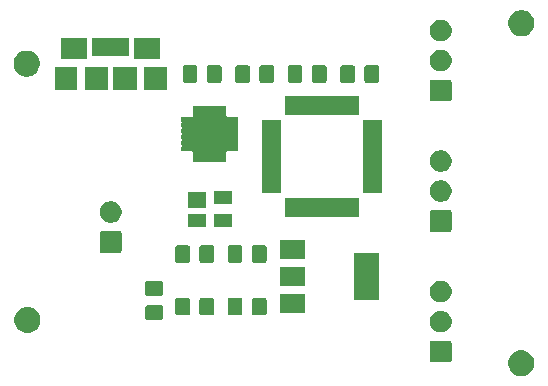
<source format=gbr>
G04 #@! TF.GenerationSoftware,KiCad,Pcbnew,5.1.5-52549c5~84~ubuntu18.04.1*
G04 #@! TF.CreationDate,2020-02-07T18:48:43-05:00*
G04 #@! TF.ProjectId,ultrasonic,756c7472-6173-46f6-9e69-632e6b696361,rev?*
G04 #@! TF.SameCoordinates,Original*
G04 #@! TF.FileFunction,Soldermask,Top*
G04 #@! TF.FilePolarity,Negative*
%FSLAX46Y46*%
G04 Gerber Fmt 4.6, Leading zero omitted, Abs format (unit mm)*
G04 Created by KiCad (PCBNEW 5.1.5-52549c5~84~ubuntu18.04.1) date 2020-02-07 18:48:43*
%MOMM*%
%LPD*%
G04 APERTURE LIST*
%ADD10C,0.100000*%
G04 APERTURE END LIST*
D10*
G36*
X144689995Y-119925756D02*
G01*
X144796350Y-119946911D01*
X144896534Y-119988409D01*
X144996720Y-120029907D01*
X145177044Y-120150395D01*
X145330405Y-120303756D01*
X145450893Y-120484080D01*
X145450893Y-120484081D01*
X145533889Y-120684450D01*
X145547780Y-120754287D01*
X145576200Y-120897160D01*
X145576200Y-121114040D01*
X145533889Y-121326749D01*
X145450893Y-121527120D01*
X145330405Y-121707444D01*
X145177044Y-121860805D01*
X144996720Y-121981293D01*
X144796350Y-122064289D01*
X144689994Y-122085445D01*
X144583640Y-122106600D01*
X144366760Y-122106600D01*
X144260406Y-122085445D01*
X144154050Y-122064289D01*
X143953680Y-121981293D01*
X143773356Y-121860805D01*
X143619995Y-121707444D01*
X143499507Y-121527120D01*
X143416511Y-121326749D01*
X143374200Y-121114040D01*
X143374200Y-120897160D01*
X143402620Y-120754287D01*
X143416511Y-120684450D01*
X143499507Y-120484081D01*
X143499507Y-120484080D01*
X143619995Y-120303756D01*
X143773356Y-120150395D01*
X143953680Y-120029907D01*
X144053866Y-119988409D01*
X144154050Y-119946911D01*
X144260405Y-119925756D01*
X144366760Y-119904600D01*
X144583640Y-119904600D01*
X144689995Y-119925756D01*
G37*
G36*
X138447561Y-119097966D02*
G01*
X138480383Y-119107923D01*
X138510632Y-119124092D01*
X138537148Y-119145852D01*
X138558908Y-119172368D01*
X138575077Y-119202617D01*
X138585034Y-119235439D01*
X138589000Y-119275713D01*
X138589000Y-120754287D01*
X138585034Y-120794561D01*
X138575077Y-120827383D01*
X138558908Y-120857632D01*
X138537148Y-120884148D01*
X138510632Y-120905908D01*
X138480383Y-120922077D01*
X138447561Y-120932034D01*
X138407287Y-120936000D01*
X136928713Y-120936000D01*
X136888439Y-120932034D01*
X136855617Y-120922077D01*
X136825368Y-120905908D01*
X136798852Y-120884148D01*
X136777092Y-120857632D01*
X136760923Y-120827383D01*
X136750966Y-120794561D01*
X136747000Y-120754287D01*
X136747000Y-119275713D01*
X136750966Y-119235439D01*
X136760923Y-119202617D01*
X136777092Y-119172368D01*
X136798852Y-119145852D01*
X136825368Y-119124092D01*
X136855617Y-119107923D01*
X136888439Y-119097966D01*
X136928713Y-119094000D01*
X138407287Y-119094000D01*
X138447561Y-119097966D01*
G37*
G36*
X102894295Y-116255456D02*
G01*
X103000650Y-116276611D01*
X103065954Y-116303661D01*
X103201020Y-116359607D01*
X103381344Y-116480095D01*
X103534705Y-116633456D01*
X103655193Y-116813780D01*
X103738189Y-117014151D01*
X103780500Y-117226860D01*
X103780500Y-117443740D01*
X103738189Y-117656449D01*
X103655193Y-117856820D01*
X103534705Y-118037144D01*
X103381344Y-118190505D01*
X103201020Y-118310993D01*
X103000650Y-118393989D01*
X102894294Y-118415145D01*
X102787940Y-118436300D01*
X102571060Y-118436300D01*
X102464706Y-118415145D01*
X102358350Y-118393989D01*
X102157980Y-118310993D01*
X101977656Y-118190505D01*
X101824295Y-118037144D01*
X101703807Y-117856820D01*
X101620811Y-117656449D01*
X101578500Y-117443740D01*
X101578500Y-117226860D01*
X101620811Y-117014151D01*
X101703807Y-116813780D01*
X101824295Y-116633456D01*
X101977656Y-116480095D01*
X102157980Y-116359607D01*
X102293046Y-116303661D01*
X102358350Y-116276611D01*
X102464705Y-116255456D01*
X102571060Y-116234300D01*
X102787940Y-116234300D01*
X102894295Y-116255456D01*
G37*
G36*
X137936645Y-116589393D02*
G01*
X138043021Y-116633456D01*
X138104257Y-116658821D01*
X138255103Y-116759613D01*
X138383387Y-116887897D01*
X138467746Y-117014150D01*
X138484180Y-117038745D01*
X138553607Y-117206355D01*
X138589000Y-117384288D01*
X138589000Y-117565712D01*
X138553607Y-117743645D01*
X138506728Y-117856819D01*
X138484179Y-117911257D01*
X138383387Y-118062103D01*
X138255103Y-118190387D01*
X138104257Y-118291179D01*
X138104256Y-118291180D01*
X138104255Y-118291180D01*
X137936645Y-118360607D01*
X137758712Y-118396000D01*
X137577288Y-118396000D01*
X137399355Y-118360607D01*
X137231745Y-118291180D01*
X137231744Y-118291180D01*
X137231743Y-118291179D01*
X137080897Y-118190387D01*
X136952613Y-118062103D01*
X136851821Y-117911257D01*
X136829272Y-117856819D01*
X136782393Y-117743645D01*
X136747000Y-117565712D01*
X136747000Y-117384288D01*
X136782393Y-117206355D01*
X136851820Y-117038745D01*
X136868254Y-117014150D01*
X136952613Y-116887897D01*
X137080897Y-116759613D01*
X137231743Y-116658821D01*
X137292979Y-116633456D01*
X137399355Y-116589393D01*
X137577288Y-116554000D01*
X137758712Y-116554000D01*
X137936645Y-116589393D01*
G37*
G36*
X113999674Y-116100465D02*
G01*
X114037367Y-116111899D01*
X114072103Y-116130466D01*
X114102548Y-116155452D01*
X114127534Y-116185897D01*
X114146101Y-116220633D01*
X114157535Y-116258326D01*
X114162000Y-116303661D01*
X114162000Y-117140339D01*
X114157535Y-117185674D01*
X114146101Y-117223367D01*
X114127534Y-117258103D01*
X114102548Y-117288548D01*
X114072103Y-117313534D01*
X114037367Y-117332101D01*
X113999674Y-117343535D01*
X113954339Y-117348000D01*
X112867661Y-117348000D01*
X112822326Y-117343535D01*
X112784633Y-117332101D01*
X112749897Y-117313534D01*
X112719452Y-117288548D01*
X112694466Y-117258103D01*
X112675899Y-117223367D01*
X112664465Y-117185674D01*
X112660000Y-117140339D01*
X112660000Y-116303661D01*
X112664465Y-116258326D01*
X112675899Y-116220633D01*
X112694466Y-116185897D01*
X112719452Y-116155452D01*
X112749897Y-116130466D01*
X112784633Y-116111899D01*
X112822326Y-116100465D01*
X112867661Y-116096000D01*
X113954339Y-116096000D01*
X113999674Y-116100465D01*
G37*
G36*
X122773674Y-115458465D02*
G01*
X122811367Y-115469899D01*
X122846103Y-115488466D01*
X122876548Y-115513452D01*
X122901534Y-115543897D01*
X122920101Y-115578633D01*
X122931535Y-115616326D01*
X122936000Y-115661661D01*
X122936000Y-116748339D01*
X122931535Y-116793674D01*
X122920101Y-116831367D01*
X122901534Y-116866103D01*
X122876548Y-116896548D01*
X122846103Y-116921534D01*
X122811367Y-116940101D01*
X122773674Y-116951535D01*
X122728339Y-116956000D01*
X121891661Y-116956000D01*
X121846326Y-116951535D01*
X121808633Y-116940101D01*
X121773897Y-116921534D01*
X121743452Y-116896548D01*
X121718466Y-116866103D01*
X121699899Y-116831367D01*
X121688465Y-116793674D01*
X121684000Y-116748339D01*
X121684000Y-115661661D01*
X121688465Y-115616326D01*
X121699899Y-115578633D01*
X121718466Y-115543897D01*
X121743452Y-115513452D01*
X121773897Y-115488466D01*
X121808633Y-115469899D01*
X121846326Y-115458465D01*
X121891661Y-115454000D01*
X122728339Y-115454000D01*
X122773674Y-115458465D01*
G37*
G36*
X116278674Y-115458465D02*
G01*
X116316367Y-115469899D01*
X116351103Y-115488466D01*
X116381548Y-115513452D01*
X116406534Y-115543897D01*
X116425101Y-115578633D01*
X116436535Y-115616326D01*
X116441000Y-115661661D01*
X116441000Y-116748339D01*
X116436535Y-116793674D01*
X116425101Y-116831367D01*
X116406534Y-116866103D01*
X116381548Y-116896548D01*
X116351103Y-116921534D01*
X116316367Y-116940101D01*
X116278674Y-116951535D01*
X116233339Y-116956000D01*
X115396661Y-116956000D01*
X115351326Y-116951535D01*
X115313633Y-116940101D01*
X115278897Y-116921534D01*
X115248452Y-116896548D01*
X115223466Y-116866103D01*
X115204899Y-116831367D01*
X115193465Y-116793674D01*
X115189000Y-116748339D01*
X115189000Y-115661661D01*
X115193465Y-115616326D01*
X115204899Y-115578633D01*
X115223466Y-115543897D01*
X115248452Y-115513452D01*
X115278897Y-115488466D01*
X115313633Y-115469899D01*
X115351326Y-115458465D01*
X115396661Y-115454000D01*
X116233339Y-115454000D01*
X116278674Y-115458465D01*
G37*
G36*
X118328674Y-115458465D02*
G01*
X118366367Y-115469899D01*
X118401103Y-115488466D01*
X118431548Y-115513452D01*
X118456534Y-115543897D01*
X118475101Y-115578633D01*
X118486535Y-115616326D01*
X118491000Y-115661661D01*
X118491000Y-116748339D01*
X118486535Y-116793674D01*
X118475101Y-116831367D01*
X118456534Y-116866103D01*
X118431548Y-116896548D01*
X118401103Y-116921534D01*
X118366367Y-116940101D01*
X118328674Y-116951535D01*
X118283339Y-116956000D01*
X117446661Y-116956000D01*
X117401326Y-116951535D01*
X117363633Y-116940101D01*
X117328897Y-116921534D01*
X117298452Y-116896548D01*
X117273466Y-116866103D01*
X117254899Y-116831367D01*
X117243465Y-116793674D01*
X117239000Y-116748339D01*
X117239000Y-115661661D01*
X117243465Y-115616326D01*
X117254899Y-115578633D01*
X117273466Y-115543897D01*
X117298452Y-115513452D01*
X117328897Y-115488466D01*
X117363633Y-115469899D01*
X117401326Y-115458465D01*
X117446661Y-115454000D01*
X118283339Y-115454000D01*
X118328674Y-115458465D01*
G37*
G36*
X120723674Y-115458465D02*
G01*
X120761367Y-115469899D01*
X120796103Y-115488466D01*
X120826548Y-115513452D01*
X120851534Y-115543897D01*
X120870101Y-115578633D01*
X120881535Y-115616326D01*
X120886000Y-115661661D01*
X120886000Y-116748339D01*
X120881535Y-116793674D01*
X120870101Y-116831367D01*
X120851534Y-116866103D01*
X120826548Y-116896548D01*
X120796103Y-116921534D01*
X120761367Y-116940101D01*
X120723674Y-116951535D01*
X120678339Y-116956000D01*
X119841661Y-116956000D01*
X119796326Y-116951535D01*
X119758633Y-116940101D01*
X119723897Y-116921534D01*
X119693452Y-116896548D01*
X119668466Y-116866103D01*
X119649899Y-116831367D01*
X119638465Y-116793674D01*
X119634000Y-116748339D01*
X119634000Y-115661661D01*
X119638465Y-115616326D01*
X119649899Y-115578633D01*
X119668466Y-115543897D01*
X119693452Y-115513452D01*
X119723897Y-115488466D01*
X119758633Y-115469899D01*
X119796326Y-115458465D01*
X119841661Y-115454000D01*
X120678339Y-115454000D01*
X120723674Y-115458465D01*
G37*
G36*
X126171000Y-116766000D02*
G01*
X124069000Y-116766000D01*
X124069000Y-115164000D01*
X126171000Y-115164000D01*
X126171000Y-116766000D01*
G37*
G36*
X137936645Y-114049393D02*
G01*
X138104255Y-114118820D01*
X138104257Y-114118821D01*
X138255103Y-114219613D01*
X138383387Y-114347897D01*
X138484179Y-114498743D01*
X138484180Y-114498745D01*
X138553607Y-114666355D01*
X138589000Y-114844288D01*
X138589000Y-115025712D01*
X138553607Y-115203645D01*
X138484180Y-115371255D01*
X138484179Y-115371257D01*
X138383387Y-115522103D01*
X138255103Y-115650387D01*
X138104257Y-115751179D01*
X138104256Y-115751180D01*
X138104255Y-115751180D01*
X137936645Y-115820607D01*
X137758712Y-115856000D01*
X137577288Y-115856000D01*
X137399355Y-115820607D01*
X137231745Y-115751180D01*
X137231744Y-115751180D01*
X137231743Y-115751179D01*
X137080897Y-115650387D01*
X136952613Y-115522103D01*
X136851821Y-115371257D01*
X136851820Y-115371255D01*
X136782393Y-115203645D01*
X136747000Y-115025712D01*
X136747000Y-114844288D01*
X136782393Y-114666355D01*
X136851820Y-114498745D01*
X136851821Y-114498743D01*
X136952613Y-114347897D01*
X137080897Y-114219613D01*
X137231743Y-114118821D01*
X137231745Y-114118820D01*
X137399355Y-114049393D01*
X137577288Y-114014000D01*
X137758712Y-114014000D01*
X137936645Y-114049393D01*
G37*
G36*
X132471000Y-115616000D02*
G01*
X130369000Y-115616000D01*
X130369000Y-111714000D01*
X132471000Y-111714000D01*
X132471000Y-115616000D01*
G37*
G36*
X113999674Y-114050465D02*
G01*
X114037367Y-114061899D01*
X114072103Y-114080466D01*
X114102548Y-114105452D01*
X114127534Y-114135897D01*
X114146101Y-114170633D01*
X114157535Y-114208326D01*
X114162000Y-114253661D01*
X114162000Y-115090339D01*
X114157535Y-115135674D01*
X114146101Y-115173367D01*
X114127534Y-115208103D01*
X114102548Y-115238548D01*
X114072103Y-115263534D01*
X114037367Y-115282101D01*
X113999674Y-115293535D01*
X113954339Y-115298000D01*
X112867661Y-115298000D01*
X112822326Y-115293535D01*
X112784633Y-115282101D01*
X112749897Y-115263534D01*
X112719452Y-115238548D01*
X112694466Y-115208103D01*
X112675899Y-115173367D01*
X112664465Y-115135674D01*
X112660000Y-115090339D01*
X112660000Y-114253661D01*
X112664465Y-114208326D01*
X112675899Y-114170633D01*
X112694466Y-114135897D01*
X112719452Y-114105452D01*
X112749897Y-114080466D01*
X112784633Y-114061899D01*
X112822326Y-114050465D01*
X112867661Y-114046000D01*
X113954339Y-114046000D01*
X113999674Y-114050465D01*
G37*
G36*
X126171000Y-114466000D02*
G01*
X124069000Y-114466000D01*
X124069000Y-112864000D01*
X126171000Y-112864000D01*
X126171000Y-114466000D01*
G37*
G36*
X116278674Y-111013465D02*
G01*
X116316367Y-111024899D01*
X116351103Y-111043466D01*
X116381548Y-111068452D01*
X116406534Y-111098897D01*
X116425101Y-111133633D01*
X116436535Y-111171326D01*
X116441000Y-111216661D01*
X116441000Y-112303339D01*
X116436535Y-112348674D01*
X116425101Y-112386367D01*
X116406534Y-112421103D01*
X116381548Y-112451548D01*
X116351103Y-112476534D01*
X116316367Y-112495101D01*
X116278674Y-112506535D01*
X116233339Y-112511000D01*
X115396661Y-112511000D01*
X115351326Y-112506535D01*
X115313633Y-112495101D01*
X115278897Y-112476534D01*
X115248452Y-112451548D01*
X115223466Y-112421103D01*
X115204899Y-112386367D01*
X115193465Y-112348674D01*
X115189000Y-112303339D01*
X115189000Y-111216661D01*
X115193465Y-111171326D01*
X115204899Y-111133633D01*
X115223466Y-111098897D01*
X115248452Y-111068452D01*
X115278897Y-111043466D01*
X115313633Y-111024899D01*
X115351326Y-111013465D01*
X115396661Y-111009000D01*
X116233339Y-111009000D01*
X116278674Y-111013465D01*
G37*
G36*
X118328674Y-111013465D02*
G01*
X118366367Y-111024899D01*
X118401103Y-111043466D01*
X118431548Y-111068452D01*
X118456534Y-111098897D01*
X118475101Y-111133633D01*
X118486535Y-111171326D01*
X118491000Y-111216661D01*
X118491000Y-112303339D01*
X118486535Y-112348674D01*
X118475101Y-112386367D01*
X118456534Y-112421103D01*
X118431548Y-112451548D01*
X118401103Y-112476534D01*
X118366367Y-112495101D01*
X118328674Y-112506535D01*
X118283339Y-112511000D01*
X117446661Y-112511000D01*
X117401326Y-112506535D01*
X117363633Y-112495101D01*
X117328897Y-112476534D01*
X117298452Y-112451548D01*
X117273466Y-112421103D01*
X117254899Y-112386367D01*
X117243465Y-112348674D01*
X117239000Y-112303339D01*
X117239000Y-111216661D01*
X117243465Y-111171326D01*
X117254899Y-111133633D01*
X117273466Y-111098897D01*
X117298452Y-111068452D01*
X117328897Y-111043466D01*
X117363633Y-111024899D01*
X117401326Y-111013465D01*
X117446661Y-111009000D01*
X118283339Y-111009000D01*
X118328674Y-111013465D01*
G37*
G36*
X122773674Y-111013465D02*
G01*
X122811367Y-111024899D01*
X122846103Y-111043466D01*
X122876548Y-111068452D01*
X122901534Y-111098897D01*
X122920101Y-111133633D01*
X122931535Y-111171326D01*
X122936000Y-111216661D01*
X122936000Y-112303339D01*
X122931535Y-112348674D01*
X122920101Y-112386367D01*
X122901534Y-112421103D01*
X122876548Y-112451548D01*
X122846103Y-112476534D01*
X122811367Y-112495101D01*
X122773674Y-112506535D01*
X122728339Y-112511000D01*
X121891661Y-112511000D01*
X121846326Y-112506535D01*
X121808633Y-112495101D01*
X121773897Y-112476534D01*
X121743452Y-112451548D01*
X121718466Y-112421103D01*
X121699899Y-112386367D01*
X121688465Y-112348674D01*
X121684000Y-112303339D01*
X121684000Y-111216661D01*
X121688465Y-111171326D01*
X121699899Y-111133633D01*
X121718466Y-111098897D01*
X121743452Y-111068452D01*
X121773897Y-111043466D01*
X121808633Y-111024899D01*
X121846326Y-111013465D01*
X121891661Y-111009000D01*
X122728339Y-111009000D01*
X122773674Y-111013465D01*
G37*
G36*
X120723674Y-111013465D02*
G01*
X120761367Y-111024899D01*
X120796103Y-111043466D01*
X120826548Y-111068452D01*
X120851534Y-111098897D01*
X120870101Y-111133633D01*
X120881535Y-111171326D01*
X120886000Y-111216661D01*
X120886000Y-112303339D01*
X120881535Y-112348674D01*
X120870101Y-112386367D01*
X120851534Y-112421103D01*
X120826548Y-112451548D01*
X120796103Y-112476534D01*
X120761367Y-112495101D01*
X120723674Y-112506535D01*
X120678339Y-112511000D01*
X119841661Y-112511000D01*
X119796326Y-112506535D01*
X119758633Y-112495101D01*
X119723897Y-112476534D01*
X119693452Y-112451548D01*
X119668466Y-112421103D01*
X119649899Y-112386367D01*
X119638465Y-112348674D01*
X119634000Y-112303339D01*
X119634000Y-111216661D01*
X119638465Y-111171326D01*
X119649899Y-111133633D01*
X119668466Y-111098897D01*
X119693452Y-111068452D01*
X119723897Y-111043466D01*
X119758633Y-111024899D01*
X119796326Y-111013465D01*
X119841661Y-111009000D01*
X120678339Y-111009000D01*
X120723674Y-111013465D01*
G37*
G36*
X126171000Y-112166000D02*
G01*
X124069000Y-112166000D01*
X124069000Y-110564000D01*
X126171000Y-110564000D01*
X126171000Y-112166000D01*
G37*
G36*
X110507561Y-109826966D02*
G01*
X110540383Y-109836923D01*
X110570632Y-109853092D01*
X110597148Y-109874852D01*
X110618908Y-109901368D01*
X110635077Y-109931617D01*
X110645034Y-109964439D01*
X110649000Y-110004713D01*
X110649000Y-111483287D01*
X110645034Y-111523561D01*
X110635077Y-111556383D01*
X110618908Y-111586632D01*
X110597148Y-111613148D01*
X110570632Y-111634908D01*
X110540383Y-111651077D01*
X110507561Y-111661034D01*
X110467287Y-111665000D01*
X108988713Y-111665000D01*
X108948439Y-111661034D01*
X108915617Y-111651077D01*
X108885368Y-111634908D01*
X108858852Y-111613148D01*
X108837092Y-111586632D01*
X108820923Y-111556383D01*
X108810966Y-111523561D01*
X108807000Y-111483287D01*
X108807000Y-110004713D01*
X108810966Y-109964439D01*
X108820923Y-109931617D01*
X108837092Y-109901368D01*
X108858852Y-109874852D01*
X108885368Y-109853092D01*
X108915617Y-109836923D01*
X108948439Y-109826966D01*
X108988713Y-109823000D01*
X110467287Y-109823000D01*
X110507561Y-109826966D01*
G37*
G36*
X138447561Y-108048966D02*
G01*
X138480383Y-108058923D01*
X138510632Y-108075092D01*
X138537148Y-108096852D01*
X138558908Y-108123368D01*
X138575077Y-108153617D01*
X138585034Y-108186439D01*
X138589000Y-108226713D01*
X138589000Y-109705287D01*
X138585034Y-109745561D01*
X138575077Y-109778383D01*
X138558908Y-109808632D01*
X138537148Y-109835148D01*
X138510632Y-109856908D01*
X138480383Y-109873077D01*
X138447561Y-109883034D01*
X138407287Y-109887000D01*
X136928713Y-109887000D01*
X136888439Y-109883034D01*
X136855617Y-109873077D01*
X136825368Y-109856908D01*
X136798852Y-109835148D01*
X136777092Y-109808632D01*
X136760923Y-109778383D01*
X136750966Y-109745561D01*
X136747000Y-109705287D01*
X136747000Y-108226713D01*
X136750966Y-108186439D01*
X136760923Y-108153617D01*
X136777092Y-108123368D01*
X136798852Y-108096852D01*
X136825368Y-108075092D01*
X136855617Y-108058923D01*
X136888439Y-108048966D01*
X136928713Y-108045000D01*
X138407287Y-108045000D01*
X138447561Y-108048966D01*
G37*
G36*
X117761000Y-109451000D02*
G01*
X116259000Y-109451000D01*
X116259000Y-108349000D01*
X117761000Y-108349000D01*
X117761000Y-109451000D01*
G37*
G36*
X119961000Y-109451000D02*
G01*
X118459000Y-109451000D01*
X118459000Y-108349000D01*
X119961000Y-108349000D01*
X119961000Y-109451000D01*
G37*
G36*
X109996645Y-107318393D02*
G01*
X110164255Y-107387820D01*
X110164257Y-107387821D01*
X110315103Y-107488613D01*
X110443387Y-107616897D01*
X110544179Y-107767743D01*
X110544180Y-107767745D01*
X110613607Y-107935355D01*
X110649000Y-108113288D01*
X110649000Y-108294712D01*
X110613607Y-108472645D01*
X110558369Y-108606000D01*
X110544179Y-108640257D01*
X110443387Y-108791103D01*
X110315103Y-108919387D01*
X110164257Y-109020179D01*
X110164256Y-109020180D01*
X110164255Y-109020180D01*
X109996645Y-109089607D01*
X109818712Y-109125000D01*
X109637288Y-109125000D01*
X109459355Y-109089607D01*
X109291745Y-109020180D01*
X109291744Y-109020180D01*
X109291743Y-109020179D01*
X109140897Y-108919387D01*
X109012613Y-108791103D01*
X108911821Y-108640257D01*
X108897631Y-108606000D01*
X108842393Y-108472645D01*
X108807000Y-108294712D01*
X108807000Y-108113288D01*
X108842393Y-107935355D01*
X108911820Y-107767745D01*
X108911821Y-107767743D01*
X109012613Y-107616897D01*
X109140897Y-107488613D01*
X109291743Y-107387821D01*
X109291745Y-107387820D01*
X109459355Y-107318393D01*
X109637288Y-107283000D01*
X109818712Y-107283000D01*
X109996645Y-107318393D01*
G37*
G36*
X130761000Y-108606000D02*
G01*
X124509000Y-108606000D01*
X124509000Y-107004000D01*
X130761000Y-107004000D01*
X130761000Y-108606000D01*
G37*
G36*
X117761000Y-107831000D02*
G01*
X116259000Y-107831000D01*
X116259000Y-106529000D01*
X117761000Y-106529000D01*
X117761000Y-107831000D01*
G37*
G36*
X119961000Y-107551000D02*
G01*
X118459000Y-107551000D01*
X118459000Y-106449000D01*
X119961000Y-106449000D01*
X119961000Y-107551000D01*
G37*
G36*
X137936645Y-105540393D02*
G01*
X138104255Y-105609820D01*
X138104257Y-105609821D01*
X138255103Y-105710613D01*
X138383387Y-105838897D01*
X138484179Y-105989743D01*
X138484180Y-105989745D01*
X138553607Y-106157355D01*
X138589000Y-106335288D01*
X138589000Y-106516712D01*
X138553607Y-106694645D01*
X138484180Y-106862255D01*
X138484179Y-106862257D01*
X138383387Y-107013103D01*
X138255103Y-107141387D01*
X138104257Y-107242179D01*
X138104256Y-107242180D01*
X138104255Y-107242180D01*
X137936645Y-107311607D01*
X137758712Y-107347000D01*
X137577288Y-107347000D01*
X137399355Y-107311607D01*
X137231745Y-107242180D01*
X137231744Y-107242180D01*
X137231743Y-107242179D01*
X137080897Y-107141387D01*
X136952613Y-107013103D01*
X136851821Y-106862257D01*
X136851820Y-106862255D01*
X136782393Y-106694645D01*
X136747000Y-106516712D01*
X136747000Y-106335288D01*
X136782393Y-106157355D01*
X136851820Y-105989745D01*
X136851821Y-105989743D01*
X136952613Y-105838897D01*
X137080897Y-105710613D01*
X137231743Y-105609821D01*
X137231745Y-105609820D01*
X137399355Y-105540393D01*
X137577288Y-105505000D01*
X137758712Y-105505000D01*
X137936645Y-105540393D01*
G37*
G36*
X124136000Y-106631000D02*
G01*
X122534000Y-106631000D01*
X122534000Y-100379000D01*
X124136000Y-100379000D01*
X124136000Y-106631000D01*
G37*
G36*
X132736000Y-106631000D02*
G01*
X131134000Y-106631000D01*
X131134000Y-100379000D01*
X132736000Y-100379000D01*
X132736000Y-106631000D01*
G37*
G36*
X137936645Y-103000393D02*
G01*
X138086851Y-103062611D01*
X138104257Y-103069821D01*
X138255103Y-103170613D01*
X138383387Y-103298897D01*
X138471655Y-103431000D01*
X138484180Y-103449745D01*
X138553607Y-103617355D01*
X138589000Y-103795288D01*
X138589000Y-103976712D01*
X138553607Y-104154645D01*
X138521979Y-104231000D01*
X138484179Y-104322257D01*
X138383387Y-104473103D01*
X138255103Y-104601387D01*
X138104257Y-104702179D01*
X138104256Y-104702180D01*
X138104255Y-104702180D01*
X137936645Y-104771607D01*
X137758712Y-104807000D01*
X137577288Y-104807000D01*
X137399355Y-104771607D01*
X137231745Y-104702180D01*
X137231744Y-104702180D01*
X137231743Y-104702179D01*
X137080897Y-104601387D01*
X136952613Y-104473103D01*
X136851821Y-104322257D01*
X136814021Y-104231000D01*
X136782393Y-104154645D01*
X136747000Y-103976712D01*
X136747000Y-103795288D01*
X136782393Y-103617355D01*
X136851820Y-103449745D01*
X136864345Y-103431000D01*
X136952613Y-103298897D01*
X137080897Y-103170613D01*
X137231743Y-103069821D01*
X137249149Y-103062611D01*
X137399355Y-103000393D01*
X137577288Y-102965000D01*
X137758712Y-102965000D01*
X137936645Y-103000393D01*
G37*
G36*
X117015355Y-99200083D02*
G01*
X117020029Y-99201501D01*
X117024330Y-99203800D01*
X117030702Y-99209029D01*
X117051076Y-99222643D01*
X117073715Y-99232020D01*
X117097749Y-99236800D01*
X117122253Y-99236800D01*
X117146286Y-99232019D01*
X117168925Y-99222642D01*
X117189298Y-99209029D01*
X117195670Y-99203800D01*
X117199971Y-99201501D01*
X117204645Y-99200083D01*
X117215641Y-99199000D01*
X117504359Y-99199000D01*
X117515355Y-99200083D01*
X117520029Y-99201501D01*
X117524330Y-99203800D01*
X117530702Y-99209029D01*
X117551076Y-99222643D01*
X117573715Y-99232020D01*
X117597749Y-99236800D01*
X117622253Y-99236800D01*
X117646286Y-99232019D01*
X117668925Y-99222642D01*
X117689298Y-99209029D01*
X117695670Y-99203800D01*
X117699971Y-99201501D01*
X117704645Y-99200083D01*
X117715641Y-99199000D01*
X118004359Y-99199000D01*
X118015355Y-99200083D01*
X118020029Y-99201501D01*
X118024330Y-99203800D01*
X118030702Y-99209029D01*
X118051076Y-99222643D01*
X118073715Y-99232020D01*
X118097749Y-99236800D01*
X118122253Y-99236800D01*
X118146286Y-99232019D01*
X118168925Y-99222642D01*
X118189298Y-99209029D01*
X118195670Y-99203800D01*
X118199971Y-99201501D01*
X118204645Y-99200083D01*
X118215641Y-99199000D01*
X118504359Y-99199000D01*
X118515355Y-99200083D01*
X118520029Y-99201501D01*
X118524330Y-99203800D01*
X118530702Y-99209029D01*
X118551076Y-99222643D01*
X118573715Y-99232020D01*
X118597749Y-99236800D01*
X118622253Y-99236800D01*
X118646286Y-99232019D01*
X118668925Y-99222642D01*
X118689298Y-99209029D01*
X118695670Y-99203800D01*
X118699971Y-99201501D01*
X118704645Y-99200083D01*
X118715641Y-99199000D01*
X119004359Y-99199000D01*
X119015355Y-99200083D01*
X119020029Y-99201501D01*
X119024330Y-99203800D01*
X119030702Y-99209029D01*
X119051076Y-99222643D01*
X119073715Y-99232020D01*
X119097749Y-99236800D01*
X119122253Y-99236800D01*
X119146286Y-99232019D01*
X119168925Y-99222642D01*
X119189298Y-99209029D01*
X119195670Y-99203800D01*
X119199971Y-99201501D01*
X119204645Y-99200083D01*
X119215641Y-99199000D01*
X119504359Y-99199000D01*
X119515355Y-99200083D01*
X119520029Y-99201501D01*
X119524331Y-99203800D01*
X119528104Y-99206896D01*
X119531200Y-99210669D01*
X119533499Y-99214971D01*
X119534917Y-99219645D01*
X119536000Y-99230641D01*
X119536000Y-100049001D01*
X119538402Y-100073387D01*
X119545515Y-100096836D01*
X119557066Y-100118447D01*
X119572611Y-100137389D01*
X119591553Y-100152934D01*
X119613164Y-100164485D01*
X119636613Y-100171598D01*
X119660999Y-100174000D01*
X120479359Y-100174000D01*
X120490355Y-100175083D01*
X120495029Y-100176501D01*
X120499331Y-100178800D01*
X120503104Y-100181896D01*
X120506200Y-100185669D01*
X120508499Y-100189971D01*
X120509917Y-100194645D01*
X120511000Y-100205641D01*
X120511000Y-100494359D01*
X120509917Y-100505355D01*
X120508499Y-100510029D01*
X120506200Y-100514330D01*
X120500971Y-100520702D01*
X120487357Y-100541076D01*
X120477980Y-100563715D01*
X120473200Y-100587749D01*
X120473200Y-100612253D01*
X120477981Y-100636286D01*
X120487358Y-100658925D01*
X120500971Y-100679298D01*
X120506200Y-100685670D01*
X120508499Y-100689971D01*
X120509917Y-100694645D01*
X120511000Y-100705641D01*
X120511000Y-100994359D01*
X120509917Y-101005355D01*
X120508499Y-101010029D01*
X120506200Y-101014330D01*
X120500971Y-101020702D01*
X120487357Y-101041076D01*
X120477980Y-101063715D01*
X120473200Y-101087749D01*
X120473200Y-101112253D01*
X120477981Y-101136286D01*
X120487358Y-101158925D01*
X120500971Y-101179298D01*
X120506200Y-101185670D01*
X120508499Y-101189971D01*
X120509917Y-101194645D01*
X120511000Y-101205641D01*
X120511000Y-101494359D01*
X120509917Y-101505355D01*
X120508499Y-101510029D01*
X120506200Y-101514330D01*
X120500971Y-101520702D01*
X120487357Y-101541076D01*
X120477980Y-101563715D01*
X120473200Y-101587749D01*
X120473200Y-101612253D01*
X120477981Y-101636286D01*
X120487358Y-101658925D01*
X120500971Y-101679298D01*
X120506200Y-101685670D01*
X120508499Y-101689971D01*
X120509917Y-101694645D01*
X120511000Y-101705641D01*
X120511000Y-101994359D01*
X120509917Y-102005355D01*
X120508499Y-102010029D01*
X120506200Y-102014330D01*
X120500971Y-102020702D01*
X120487357Y-102041076D01*
X120477980Y-102063715D01*
X120473200Y-102087749D01*
X120473200Y-102112253D01*
X120477981Y-102136286D01*
X120487358Y-102158925D01*
X120500971Y-102179298D01*
X120506200Y-102185670D01*
X120508499Y-102189971D01*
X120509917Y-102194645D01*
X120511000Y-102205641D01*
X120511000Y-102494359D01*
X120509917Y-102505355D01*
X120508499Y-102510029D01*
X120506200Y-102514330D01*
X120500971Y-102520702D01*
X120487357Y-102541076D01*
X120477980Y-102563715D01*
X120473200Y-102587749D01*
X120473200Y-102612253D01*
X120477981Y-102636286D01*
X120487358Y-102658925D01*
X120500971Y-102679298D01*
X120506200Y-102685670D01*
X120508499Y-102689971D01*
X120509917Y-102694645D01*
X120511000Y-102705641D01*
X120511000Y-102994359D01*
X120509917Y-103005355D01*
X120508499Y-103010029D01*
X120506200Y-103014331D01*
X120503104Y-103018104D01*
X120499331Y-103021200D01*
X120495029Y-103023499D01*
X120490355Y-103024917D01*
X120479359Y-103026000D01*
X119660999Y-103026000D01*
X119636613Y-103028402D01*
X119613164Y-103035515D01*
X119591553Y-103047066D01*
X119572611Y-103062611D01*
X119557066Y-103081553D01*
X119545515Y-103103164D01*
X119538402Y-103126613D01*
X119536000Y-103150999D01*
X119536000Y-103969359D01*
X119534917Y-103980355D01*
X119533499Y-103985029D01*
X119531200Y-103989331D01*
X119528104Y-103993104D01*
X119524331Y-103996200D01*
X119520029Y-103998499D01*
X119515355Y-103999917D01*
X119504359Y-104001000D01*
X119215641Y-104001000D01*
X119204645Y-103999917D01*
X119199971Y-103998499D01*
X119195670Y-103996200D01*
X119189298Y-103990971D01*
X119168924Y-103977357D01*
X119146285Y-103967980D01*
X119122251Y-103963200D01*
X119097747Y-103963200D01*
X119073714Y-103967981D01*
X119051075Y-103977358D01*
X119030702Y-103990971D01*
X119024330Y-103996200D01*
X119020029Y-103998499D01*
X119015355Y-103999917D01*
X119004359Y-104001000D01*
X118715641Y-104001000D01*
X118704645Y-103999917D01*
X118699971Y-103998499D01*
X118695670Y-103996200D01*
X118689298Y-103990971D01*
X118668924Y-103977357D01*
X118646285Y-103967980D01*
X118622251Y-103963200D01*
X118597747Y-103963200D01*
X118573714Y-103967981D01*
X118551075Y-103977358D01*
X118530702Y-103990971D01*
X118524330Y-103996200D01*
X118520029Y-103998499D01*
X118515355Y-103999917D01*
X118504359Y-104001000D01*
X118215641Y-104001000D01*
X118204645Y-103999917D01*
X118199971Y-103998499D01*
X118195670Y-103996200D01*
X118189298Y-103990971D01*
X118168924Y-103977357D01*
X118146285Y-103967980D01*
X118122251Y-103963200D01*
X118097747Y-103963200D01*
X118073714Y-103967981D01*
X118051075Y-103977358D01*
X118030702Y-103990971D01*
X118024330Y-103996200D01*
X118020029Y-103998499D01*
X118015355Y-103999917D01*
X118004359Y-104001000D01*
X117715641Y-104001000D01*
X117704645Y-103999917D01*
X117699971Y-103998499D01*
X117695670Y-103996200D01*
X117689298Y-103990971D01*
X117668924Y-103977357D01*
X117646285Y-103967980D01*
X117622251Y-103963200D01*
X117597747Y-103963200D01*
X117573714Y-103967981D01*
X117551075Y-103977358D01*
X117530702Y-103990971D01*
X117524330Y-103996200D01*
X117520029Y-103998499D01*
X117515355Y-103999917D01*
X117504359Y-104001000D01*
X117215641Y-104001000D01*
X117204645Y-103999917D01*
X117199971Y-103998499D01*
X117195670Y-103996200D01*
X117189298Y-103990971D01*
X117168924Y-103977357D01*
X117146285Y-103967980D01*
X117122251Y-103963200D01*
X117097747Y-103963200D01*
X117073714Y-103967981D01*
X117051075Y-103977358D01*
X117030702Y-103990971D01*
X117024330Y-103996200D01*
X117020029Y-103998499D01*
X117015355Y-103999917D01*
X117004359Y-104001000D01*
X116715641Y-104001000D01*
X116704645Y-103999917D01*
X116699971Y-103998499D01*
X116695669Y-103996200D01*
X116691896Y-103993104D01*
X116688800Y-103989331D01*
X116686501Y-103985029D01*
X116685083Y-103980355D01*
X116684000Y-103969359D01*
X116684000Y-103150999D01*
X116681598Y-103126613D01*
X116674485Y-103103164D01*
X116662934Y-103081553D01*
X116647389Y-103062611D01*
X116628447Y-103047066D01*
X116606836Y-103035515D01*
X116583387Y-103028402D01*
X116559001Y-103026000D01*
X115740641Y-103026000D01*
X115729645Y-103024917D01*
X115724971Y-103023499D01*
X115720669Y-103021200D01*
X115716896Y-103018104D01*
X115713800Y-103014331D01*
X115711501Y-103010029D01*
X115710083Y-103005355D01*
X115709000Y-102994359D01*
X115709000Y-102705641D01*
X115710083Y-102694645D01*
X115711501Y-102689971D01*
X115713800Y-102685670D01*
X115719029Y-102679298D01*
X115732643Y-102658924D01*
X115742020Y-102636285D01*
X115746800Y-102612251D01*
X115746800Y-102587747D01*
X115742019Y-102563714D01*
X115732642Y-102541075D01*
X115719029Y-102520702D01*
X115713800Y-102514330D01*
X115711501Y-102510029D01*
X115710083Y-102505355D01*
X115709000Y-102494359D01*
X115709000Y-102205641D01*
X115710083Y-102194645D01*
X115711501Y-102189971D01*
X115713800Y-102185670D01*
X115719029Y-102179298D01*
X115732643Y-102158924D01*
X115742020Y-102136285D01*
X115746800Y-102112251D01*
X115746800Y-102087747D01*
X115742019Y-102063714D01*
X115732642Y-102041075D01*
X115719029Y-102020702D01*
X115713800Y-102014330D01*
X115711501Y-102010029D01*
X115710083Y-102005355D01*
X115709000Y-101994359D01*
X115709000Y-101705641D01*
X115710083Y-101694645D01*
X115711501Y-101689971D01*
X115713800Y-101685670D01*
X115719029Y-101679298D01*
X115732643Y-101658924D01*
X115742020Y-101636285D01*
X115746800Y-101612251D01*
X115746800Y-101587747D01*
X115742019Y-101563714D01*
X115732642Y-101541075D01*
X115719029Y-101520702D01*
X115713800Y-101514330D01*
X115711501Y-101510029D01*
X115710083Y-101505355D01*
X115709000Y-101494359D01*
X115709000Y-101205641D01*
X115710083Y-101194645D01*
X115711501Y-101189971D01*
X115713800Y-101185670D01*
X115719029Y-101179298D01*
X115732643Y-101158924D01*
X115742020Y-101136285D01*
X115746800Y-101112251D01*
X115746800Y-101087747D01*
X115742019Y-101063714D01*
X115732642Y-101041075D01*
X115719029Y-101020702D01*
X115713800Y-101014330D01*
X115711501Y-101010029D01*
X115710083Y-101005355D01*
X115709000Y-100994359D01*
X115709000Y-100705641D01*
X115710083Y-100694645D01*
X115711501Y-100689971D01*
X115713800Y-100685670D01*
X115719029Y-100679298D01*
X115732643Y-100658924D01*
X115742020Y-100636285D01*
X115746800Y-100612251D01*
X115746800Y-100587747D01*
X115742019Y-100563714D01*
X115732642Y-100541075D01*
X115719029Y-100520702D01*
X115713800Y-100514330D01*
X115711501Y-100510029D01*
X115710083Y-100505355D01*
X115709000Y-100494359D01*
X115709000Y-100205641D01*
X115710083Y-100194645D01*
X115711501Y-100189971D01*
X115713800Y-100185669D01*
X115716896Y-100181896D01*
X115720669Y-100178800D01*
X115724971Y-100176501D01*
X115729645Y-100175083D01*
X115740641Y-100174000D01*
X116559001Y-100174000D01*
X116583387Y-100171598D01*
X116606836Y-100164485D01*
X116628447Y-100152934D01*
X116647389Y-100137389D01*
X116662934Y-100118447D01*
X116674485Y-100096836D01*
X116681598Y-100073387D01*
X116684000Y-100049001D01*
X116684000Y-99230641D01*
X116685083Y-99219645D01*
X116686501Y-99214971D01*
X116688800Y-99210669D01*
X116691896Y-99206896D01*
X116695669Y-99203800D01*
X116699971Y-99201501D01*
X116704645Y-99200083D01*
X116715641Y-99199000D01*
X117004359Y-99199000D01*
X117015355Y-99200083D01*
G37*
G36*
X130761000Y-100006000D02*
G01*
X124509000Y-100006000D01*
X124509000Y-98404000D01*
X130761000Y-98404000D01*
X130761000Y-100006000D01*
G37*
G36*
X138447561Y-96999966D02*
G01*
X138480383Y-97009923D01*
X138510632Y-97026092D01*
X138537148Y-97047852D01*
X138558908Y-97074368D01*
X138575077Y-97104617D01*
X138585034Y-97137439D01*
X138589000Y-97177713D01*
X138589000Y-98656287D01*
X138585034Y-98696561D01*
X138575077Y-98729383D01*
X138558908Y-98759632D01*
X138537148Y-98786148D01*
X138510632Y-98807908D01*
X138480383Y-98824077D01*
X138447561Y-98834034D01*
X138407287Y-98838000D01*
X136928713Y-98838000D01*
X136888439Y-98834034D01*
X136855617Y-98824077D01*
X136825368Y-98807908D01*
X136798852Y-98786148D01*
X136777092Y-98759632D01*
X136760923Y-98729383D01*
X136750966Y-98696561D01*
X136747000Y-98656287D01*
X136747000Y-97177713D01*
X136750966Y-97137439D01*
X136760923Y-97104617D01*
X136777092Y-97074368D01*
X136798852Y-97047852D01*
X136825368Y-97026092D01*
X136855617Y-97009923D01*
X136888439Y-96999966D01*
X136928713Y-96996000D01*
X138407287Y-96996000D01*
X138447561Y-96999966D01*
G37*
G36*
X106879000Y-97910000D02*
G01*
X104977000Y-97910000D01*
X104977000Y-95908000D01*
X106879000Y-95908000D01*
X106879000Y-97910000D01*
G37*
G36*
X109529000Y-97910000D02*
G01*
X107527000Y-97910000D01*
X107527000Y-95908000D01*
X109529000Y-95908000D01*
X109529000Y-97910000D01*
G37*
G36*
X114479000Y-97910000D02*
G01*
X112577000Y-97910000D01*
X112577000Y-95908000D01*
X114479000Y-95908000D01*
X114479000Y-97910000D01*
G37*
G36*
X111929000Y-97910000D02*
G01*
X109927000Y-97910000D01*
X109927000Y-95908000D01*
X111929000Y-95908000D01*
X111929000Y-97910000D01*
G37*
G36*
X118963674Y-95773465D02*
G01*
X119001367Y-95784899D01*
X119036103Y-95803466D01*
X119066548Y-95828452D01*
X119091534Y-95858897D01*
X119110101Y-95893633D01*
X119121535Y-95931326D01*
X119126000Y-95976661D01*
X119126000Y-97063339D01*
X119121535Y-97108674D01*
X119110101Y-97146367D01*
X119091534Y-97181103D01*
X119066548Y-97211548D01*
X119036103Y-97236534D01*
X119001367Y-97255101D01*
X118963674Y-97266535D01*
X118918339Y-97271000D01*
X118081661Y-97271000D01*
X118036326Y-97266535D01*
X117998633Y-97255101D01*
X117963897Y-97236534D01*
X117933452Y-97211548D01*
X117908466Y-97181103D01*
X117889899Y-97146367D01*
X117878465Y-97108674D01*
X117874000Y-97063339D01*
X117874000Y-95976661D01*
X117878465Y-95931326D01*
X117889899Y-95893633D01*
X117908466Y-95858897D01*
X117933452Y-95828452D01*
X117963897Y-95803466D01*
X117998633Y-95784899D01*
X118036326Y-95773465D01*
X118081661Y-95769000D01*
X118918339Y-95769000D01*
X118963674Y-95773465D01*
G37*
G36*
X127853674Y-95773465D02*
G01*
X127891367Y-95784899D01*
X127926103Y-95803466D01*
X127956548Y-95828452D01*
X127981534Y-95858897D01*
X128000101Y-95893633D01*
X128011535Y-95931326D01*
X128016000Y-95976661D01*
X128016000Y-97063339D01*
X128011535Y-97108674D01*
X128000101Y-97146367D01*
X127981534Y-97181103D01*
X127956548Y-97211548D01*
X127926103Y-97236534D01*
X127891367Y-97255101D01*
X127853674Y-97266535D01*
X127808339Y-97271000D01*
X126971661Y-97271000D01*
X126926326Y-97266535D01*
X126888633Y-97255101D01*
X126853897Y-97236534D01*
X126823452Y-97211548D01*
X126798466Y-97181103D01*
X126779899Y-97146367D01*
X126768465Y-97108674D01*
X126764000Y-97063339D01*
X126764000Y-95976661D01*
X126768465Y-95931326D01*
X126779899Y-95893633D01*
X126798466Y-95858897D01*
X126823452Y-95828452D01*
X126853897Y-95803466D01*
X126888633Y-95784899D01*
X126926326Y-95773465D01*
X126971661Y-95769000D01*
X127808339Y-95769000D01*
X127853674Y-95773465D01*
G37*
G36*
X125803674Y-95773465D02*
G01*
X125841367Y-95784899D01*
X125876103Y-95803466D01*
X125906548Y-95828452D01*
X125931534Y-95858897D01*
X125950101Y-95893633D01*
X125961535Y-95931326D01*
X125966000Y-95976661D01*
X125966000Y-97063339D01*
X125961535Y-97108674D01*
X125950101Y-97146367D01*
X125931534Y-97181103D01*
X125906548Y-97211548D01*
X125876103Y-97236534D01*
X125841367Y-97255101D01*
X125803674Y-97266535D01*
X125758339Y-97271000D01*
X124921661Y-97271000D01*
X124876326Y-97266535D01*
X124838633Y-97255101D01*
X124803897Y-97236534D01*
X124773452Y-97211548D01*
X124748466Y-97181103D01*
X124729899Y-97146367D01*
X124718465Y-97108674D01*
X124714000Y-97063339D01*
X124714000Y-95976661D01*
X124718465Y-95931326D01*
X124729899Y-95893633D01*
X124748466Y-95858897D01*
X124773452Y-95828452D01*
X124803897Y-95803466D01*
X124838633Y-95784899D01*
X124876326Y-95773465D01*
X124921661Y-95769000D01*
X125758339Y-95769000D01*
X125803674Y-95773465D01*
G37*
G36*
X130248674Y-95773465D02*
G01*
X130286367Y-95784899D01*
X130321103Y-95803466D01*
X130351548Y-95828452D01*
X130376534Y-95858897D01*
X130395101Y-95893633D01*
X130406535Y-95931326D01*
X130411000Y-95976661D01*
X130411000Y-97063339D01*
X130406535Y-97108674D01*
X130395101Y-97146367D01*
X130376534Y-97181103D01*
X130351548Y-97211548D01*
X130321103Y-97236534D01*
X130286367Y-97255101D01*
X130248674Y-97266535D01*
X130203339Y-97271000D01*
X129366661Y-97271000D01*
X129321326Y-97266535D01*
X129283633Y-97255101D01*
X129248897Y-97236534D01*
X129218452Y-97211548D01*
X129193466Y-97181103D01*
X129174899Y-97146367D01*
X129163465Y-97108674D01*
X129159000Y-97063339D01*
X129159000Y-95976661D01*
X129163465Y-95931326D01*
X129174899Y-95893633D01*
X129193466Y-95858897D01*
X129218452Y-95828452D01*
X129248897Y-95803466D01*
X129283633Y-95784899D01*
X129321326Y-95773465D01*
X129366661Y-95769000D01*
X130203339Y-95769000D01*
X130248674Y-95773465D01*
G37*
G36*
X121358674Y-95773465D02*
G01*
X121396367Y-95784899D01*
X121431103Y-95803466D01*
X121461548Y-95828452D01*
X121486534Y-95858897D01*
X121505101Y-95893633D01*
X121516535Y-95931326D01*
X121521000Y-95976661D01*
X121521000Y-97063339D01*
X121516535Y-97108674D01*
X121505101Y-97146367D01*
X121486534Y-97181103D01*
X121461548Y-97211548D01*
X121431103Y-97236534D01*
X121396367Y-97255101D01*
X121358674Y-97266535D01*
X121313339Y-97271000D01*
X120476661Y-97271000D01*
X120431326Y-97266535D01*
X120393633Y-97255101D01*
X120358897Y-97236534D01*
X120328452Y-97211548D01*
X120303466Y-97181103D01*
X120284899Y-97146367D01*
X120273465Y-97108674D01*
X120269000Y-97063339D01*
X120269000Y-95976661D01*
X120273465Y-95931326D01*
X120284899Y-95893633D01*
X120303466Y-95858897D01*
X120328452Y-95828452D01*
X120358897Y-95803466D01*
X120393633Y-95784899D01*
X120431326Y-95773465D01*
X120476661Y-95769000D01*
X121313339Y-95769000D01*
X121358674Y-95773465D01*
G37*
G36*
X123408674Y-95773465D02*
G01*
X123446367Y-95784899D01*
X123481103Y-95803466D01*
X123511548Y-95828452D01*
X123536534Y-95858897D01*
X123555101Y-95893633D01*
X123566535Y-95931326D01*
X123571000Y-95976661D01*
X123571000Y-97063339D01*
X123566535Y-97108674D01*
X123555101Y-97146367D01*
X123536534Y-97181103D01*
X123511548Y-97211548D01*
X123481103Y-97236534D01*
X123446367Y-97255101D01*
X123408674Y-97266535D01*
X123363339Y-97271000D01*
X122526661Y-97271000D01*
X122481326Y-97266535D01*
X122443633Y-97255101D01*
X122408897Y-97236534D01*
X122378452Y-97211548D01*
X122353466Y-97181103D01*
X122334899Y-97146367D01*
X122323465Y-97108674D01*
X122319000Y-97063339D01*
X122319000Y-95976661D01*
X122323465Y-95931326D01*
X122334899Y-95893633D01*
X122353466Y-95858897D01*
X122378452Y-95828452D01*
X122408897Y-95803466D01*
X122443633Y-95784899D01*
X122481326Y-95773465D01*
X122526661Y-95769000D01*
X123363339Y-95769000D01*
X123408674Y-95773465D01*
G37*
G36*
X132298674Y-95773465D02*
G01*
X132336367Y-95784899D01*
X132371103Y-95803466D01*
X132401548Y-95828452D01*
X132426534Y-95858897D01*
X132445101Y-95893633D01*
X132456535Y-95931326D01*
X132461000Y-95976661D01*
X132461000Y-97063339D01*
X132456535Y-97108674D01*
X132445101Y-97146367D01*
X132426534Y-97181103D01*
X132401548Y-97211548D01*
X132371103Y-97236534D01*
X132336367Y-97255101D01*
X132298674Y-97266535D01*
X132253339Y-97271000D01*
X131416661Y-97271000D01*
X131371326Y-97266535D01*
X131333633Y-97255101D01*
X131298897Y-97236534D01*
X131268452Y-97211548D01*
X131243466Y-97181103D01*
X131224899Y-97146367D01*
X131213465Y-97108674D01*
X131209000Y-97063339D01*
X131209000Y-95976661D01*
X131213465Y-95931326D01*
X131224899Y-95893633D01*
X131243466Y-95858897D01*
X131268452Y-95828452D01*
X131298897Y-95803466D01*
X131333633Y-95784899D01*
X131371326Y-95773465D01*
X131416661Y-95769000D01*
X132253339Y-95769000D01*
X132298674Y-95773465D01*
G37*
G36*
X116913674Y-95773465D02*
G01*
X116951367Y-95784899D01*
X116986103Y-95803466D01*
X117016548Y-95828452D01*
X117041534Y-95858897D01*
X117060101Y-95893633D01*
X117071535Y-95931326D01*
X117076000Y-95976661D01*
X117076000Y-97063339D01*
X117071535Y-97108674D01*
X117060101Y-97146367D01*
X117041534Y-97181103D01*
X117016548Y-97211548D01*
X116986103Y-97236534D01*
X116951367Y-97255101D01*
X116913674Y-97266535D01*
X116868339Y-97271000D01*
X116031661Y-97271000D01*
X115986326Y-97266535D01*
X115948633Y-97255101D01*
X115913897Y-97236534D01*
X115883452Y-97211548D01*
X115858466Y-97181103D01*
X115839899Y-97146367D01*
X115828465Y-97108674D01*
X115824000Y-97063339D01*
X115824000Y-95976661D01*
X115828465Y-95931326D01*
X115839899Y-95893633D01*
X115858466Y-95858897D01*
X115883452Y-95828452D01*
X115913897Y-95803466D01*
X115948633Y-95784899D01*
X115986326Y-95773465D01*
X116031661Y-95769000D01*
X116868339Y-95769000D01*
X116913674Y-95773465D01*
G37*
G36*
X102830794Y-94551155D02*
G01*
X102937150Y-94572311D01*
X103037334Y-94613809D01*
X103137520Y-94655307D01*
X103317844Y-94775795D01*
X103471205Y-94929156D01*
X103591693Y-95109480D01*
X103591693Y-95109481D01*
X103664930Y-95286289D01*
X103674689Y-95309851D01*
X103717000Y-95522560D01*
X103717000Y-95739440D01*
X103674689Y-95952149D01*
X103591693Y-96152520D01*
X103471205Y-96332844D01*
X103317844Y-96486205D01*
X103137520Y-96606693D01*
X103037334Y-96648191D01*
X102937150Y-96689689D01*
X102830795Y-96710844D01*
X102724440Y-96732000D01*
X102507560Y-96732000D01*
X102401206Y-96710845D01*
X102294850Y-96689689D01*
X102194666Y-96648191D01*
X102094480Y-96606693D01*
X101914156Y-96486205D01*
X101760795Y-96332844D01*
X101640307Y-96152520D01*
X101557311Y-95952149D01*
X101515000Y-95739440D01*
X101515000Y-95522560D01*
X101557311Y-95309851D01*
X101567071Y-95286289D01*
X101640307Y-95109481D01*
X101640307Y-95109480D01*
X101760795Y-94929156D01*
X101914156Y-94775795D01*
X102094480Y-94655307D01*
X102194666Y-94613809D01*
X102294850Y-94572311D01*
X102401205Y-94551156D01*
X102507560Y-94530000D01*
X102724440Y-94530000D01*
X102830794Y-94551155D01*
G37*
G36*
X137936645Y-94491393D02*
G01*
X138104255Y-94560820D01*
X138104257Y-94560821D01*
X138255103Y-94661613D01*
X138383387Y-94789897D01*
X138484179Y-94940743D01*
X138484180Y-94940745D01*
X138553607Y-95108355D01*
X138589000Y-95286288D01*
X138589000Y-95467712D01*
X138553607Y-95645645D01*
X138493929Y-95789718D01*
X138484179Y-95813257D01*
X138383387Y-95964103D01*
X138255103Y-96092387D01*
X138104257Y-96193179D01*
X138104256Y-96193180D01*
X138104255Y-96193180D01*
X137936645Y-96262607D01*
X137758712Y-96298000D01*
X137577288Y-96298000D01*
X137399355Y-96262607D01*
X137231745Y-96193180D01*
X137231744Y-96193180D01*
X137231743Y-96193179D01*
X137080897Y-96092387D01*
X136952613Y-95964103D01*
X136851821Y-95813257D01*
X136842071Y-95789718D01*
X136782393Y-95645645D01*
X136747000Y-95467712D01*
X136747000Y-95286288D01*
X136782393Y-95108355D01*
X136851820Y-94940745D01*
X136851821Y-94940743D01*
X136952613Y-94789897D01*
X137080897Y-94661613D01*
X137231743Y-94560821D01*
X137231745Y-94560820D01*
X137399355Y-94491393D01*
X137577288Y-94456000D01*
X137758712Y-94456000D01*
X137936645Y-94491393D01*
G37*
G36*
X107729000Y-95210000D02*
G01*
X105527000Y-95210000D01*
X105527000Y-93508000D01*
X107729000Y-93508000D01*
X107729000Y-95210000D01*
G37*
G36*
X113929000Y-95210000D02*
G01*
X111727000Y-95210000D01*
X111727000Y-93508000D01*
X113929000Y-93508000D01*
X113929000Y-95210000D01*
G37*
G36*
X111279000Y-94960000D02*
G01*
X108177000Y-94960000D01*
X108177000Y-93508000D01*
X111279000Y-93508000D01*
X111279000Y-94960000D01*
G37*
G36*
X137936645Y-91951393D02*
G01*
X138104255Y-92020820D01*
X138104257Y-92020821D01*
X138255103Y-92121613D01*
X138383387Y-92249897D01*
X138484179Y-92400743D01*
X138484180Y-92400745D01*
X138553607Y-92568355D01*
X138589000Y-92746288D01*
X138589000Y-92927712D01*
X138553607Y-93105645D01*
X138523763Y-93177693D01*
X138484179Y-93273257D01*
X138383387Y-93424103D01*
X138255103Y-93552387D01*
X138104257Y-93653179D01*
X138104256Y-93653180D01*
X138104255Y-93653180D01*
X137936645Y-93722607D01*
X137758712Y-93758000D01*
X137577288Y-93758000D01*
X137399355Y-93722607D01*
X137231745Y-93653180D01*
X137231744Y-93653180D01*
X137231743Y-93653179D01*
X137080897Y-93552387D01*
X136952613Y-93424103D01*
X136851821Y-93273257D01*
X136812237Y-93177693D01*
X136782393Y-93105645D01*
X136747000Y-92927712D01*
X136747000Y-92746288D01*
X136782393Y-92568355D01*
X136851820Y-92400745D01*
X136851821Y-92400743D01*
X136952613Y-92249897D01*
X137080897Y-92121613D01*
X137231743Y-92020821D01*
X137231745Y-92020820D01*
X137399355Y-91951393D01*
X137577288Y-91916000D01*
X137758712Y-91916000D01*
X137936645Y-91951393D01*
G37*
G36*
X144715394Y-91122155D02*
G01*
X144821750Y-91143311D01*
X144921934Y-91184809D01*
X145022120Y-91226307D01*
X145202444Y-91346795D01*
X145355805Y-91500156D01*
X145476293Y-91680480D01*
X145559289Y-91880851D01*
X145601600Y-92093560D01*
X145601600Y-92310440D01*
X145559289Y-92523149D01*
X145476293Y-92723520D01*
X145355805Y-92903844D01*
X145202444Y-93057205D01*
X145022120Y-93177693D01*
X144821750Y-93260689D01*
X144715395Y-93281844D01*
X144609040Y-93303000D01*
X144392160Y-93303000D01*
X144285805Y-93281844D01*
X144179450Y-93260689D01*
X143979080Y-93177693D01*
X143798756Y-93057205D01*
X143645395Y-92903844D01*
X143524907Y-92723520D01*
X143441911Y-92523149D01*
X143399600Y-92310440D01*
X143399600Y-92093560D01*
X143441911Y-91880851D01*
X143524907Y-91680480D01*
X143645395Y-91500156D01*
X143798756Y-91346795D01*
X143979080Y-91226307D01*
X144079266Y-91184809D01*
X144179450Y-91143311D01*
X144285806Y-91122155D01*
X144392160Y-91101000D01*
X144609040Y-91101000D01*
X144715394Y-91122155D01*
G37*
M02*

</source>
